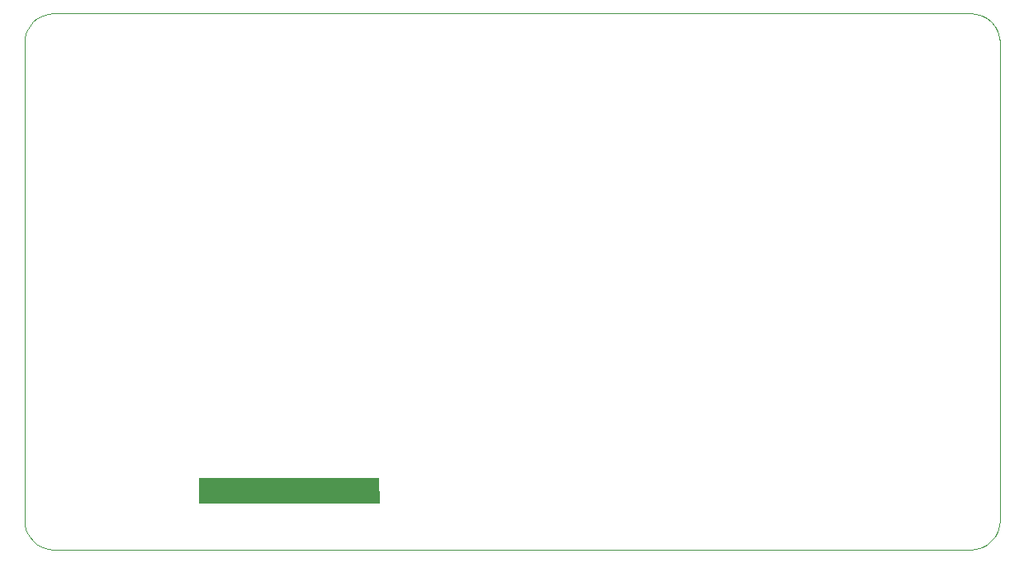
<source format=gbr>
%TF.GenerationSoftware,Altium Limited,Altium Designer,22.5.1 (42)*%
G04 Layer_Color=0*
%FSLAX45Y45*%
%MOMM*%
%TF.SameCoordinates,ADDB7551-072C-4BAF-947E-D85C9ED3ECA7*%
%TF.FilePolarity,Positive*%
%TF.FileFunction,Profile,NP*%
%TF.Part,Single*%
G01*
G75*
%TA.AperFunction,Profile*%
%ADD57C,0.02540*%
G36*
X3641855Y469900D02*
X1790700D01*
Y734230D01*
X3638804D01*
X3641855Y469900D01*
D02*
G37*
D57*
X9999998Y5200000D02*
X9994235Y5258527D01*
X9977163Y5314805D01*
X9949440Y5366671D01*
X9912131Y5412132D01*
X9866670Y5449441D01*
X9814804Y5477164D01*
X9758526Y5494235D01*
X9699999Y5500000D01*
X299999Y5499999D01*
X241472Y5494234D01*
X185193Y5477163D01*
X133328Y5449440D01*
X87867Y5412131D01*
X50558Y5366670D01*
X22835Y5314804D01*
X5764Y5258526D01*
X-1Y5199999D01*
X-1Y299999D01*
X5764Y241472D01*
X22835Y185194D01*
X50559Y133328D01*
X87867Y87867D01*
X133328Y50558D01*
X185194Y22835D01*
X241472Y5764D01*
X300000Y-1D01*
X9699999Y0D01*
X9758527Y5764D01*
X9814804Y22836D01*
X9866671Y50559D01*
X9912132Y87868D01*
X9949440Y133329D01*
X9977163Y185194D01*
X9994235Y241473D01*
X9999999Y299999D01*
X9999998Y5200000D01*
%TF.MD5,a265f6581ca394632c20c360210031da*%
M02*

</source>
